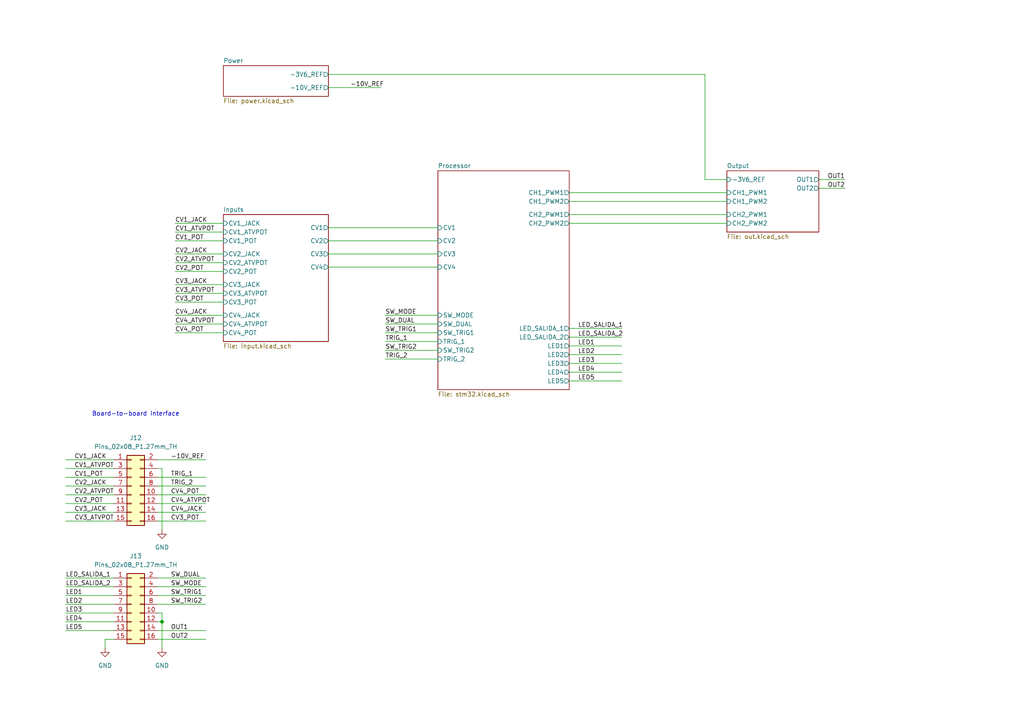
<source format=kicad_sch>
(kicad_sch (version 20231120) (generator "eeschema") (generator_version "8.0")
  (paper "A4")
  (lib_symbols
    (symbol "PCM_4ms_Connector:Pins_02x08_P1.27mm_TH" (pin_names (offset 1.016) hide)
      (property "Reference" "J" (at 0 11.43 0))
      (property "Value" "Pins_02x08_P1.27mm_TH" (at 0 -11.43 0))
      (symbol "Pins_02x08_P1.27mm_TH_1_1"
        (rectangle (start -2.54 -8.763) (end -1.27 -9.017))
        (rectangle (start -2.54 -6.223) (end -1.27 -6.477))
        (rectangle (start -2.54 -3.683) (end -1.27 -3.937))
        (rectangle (start -2.54 -1.143) (end -1.27 -1.397))
        (rectangle (start -2.54 1.397) (end -1.27 1.143))
        (rectangle (start -2.54 3.937) (end -1.27 3.683))
        (rectangle (start -2.54 6.477) (end -1.27 6.223))
        (rectangle (start -2.54 9.017) (end -1.27 8.763))
        (rectangle (start -2.54 10.16) (end 2.54 -10.16) (stroke (width 0.254)) (fill (type background)))
        (rectangle (start 1.27 -8.763) (end 2.54 -9.017))
        (rectangle (start 1.27 -6.223) (end 2.54 -6.477))
        (rectangle (start 1.27 -3.683) (end 2.54 -3.937))
        (rectangle (start 1.27 -1.143) (end 2.54 -1.397))
        (rectangle (start 1.27 1.397) (end 2.54 1.143))
        (rectangle (start 1.27 3.937) (end 2.54 3.683))
        (rectangle (start 1.27 6.477) (end 2.54 6.223))
        (rectangle (start 1.27 9.017) (end 2.54 8.763))
        (pin passive line (at -6.35 8.89 0) (length 3.81) (name "1") (number "1"))
        (pin passive line (at 6.35 -1.27 180) (length 3.81) (name "10") (number "10"))
        (pin passive line (at -6.35 -3.81 0) (length 3.81) (name "11") (number "11"))
        (pin passive line (at 6.35 -3.81 180) (length 3.81) (name "12") (number "12"))
        (pin passive line (at -6.35 -6.35 0) (length 3.81) (name "13") (number "13"))
        (pin passive line (at 6.35 -6.35 180) (length 3.81) (name "14") (number "14"))
        (pin passive line (at -6.35 -8.89 0) (length 3.81) (name "15") (number "15"))
        (pin passive line (at 6.35 -8.89 180) (length 3.81) (name "16") (number "16"))
        (pin passive line (at 6.35 8.89 180) (length 3.81) (name "2") (number "2"))
        (pin passive line (at -6.35 6.35 0) (length 3.81) (name "3") (number "3"))
        (pin passive line (at 6.35 6.35 180) (length 3.81) (name "4") (number "4"))
        (pin passive line (at -6.35 3.81 0) (length 3.81) (name "5") (number "5"))
        (pin passive line (at 6.35 3.81 180) (length 3.81) (name "6") (number "6"))
        (pin passive line (at -6.35 1.27 0) (length 3.81) (name "7") (number "7"))
        (pin passive line (at 6.35 1.27 180) (length 3.81) (name "8") (number "8"))
        (pin passive line (at -6.35 -1.27 0) (length 3.81) (name "9") (number "9"))
      )
    )
    (symbol "power:GND" (power) (pin_numbers hide) (pin_names (offset 0) hide)
      (property "Value" "GND" (at 0 -3.81 0))
      (symbol "GND_0_1"
        (polyline (pts (xy 0 0) (xy 0 -1.27) (xy 1.27 -1.27) (xy 0 -2.54) (xy -1.27 -1.27) (xy 0 -1.27)))
      )
      (symbol "GND_1_1"
        (pin power_in line (at 0 0 270) (length 0) (name "~") (number "1"))
      )
    )
  )
  (junction (at 46.99 180.34))
  (wire (pts (xy 19.05 175.26) (xy 33.02 175.26)))
  (wire (pts (xy 165.1 105.41) (xy 180.34 105.41)))
  (wire (pts (xy 165.1 100.33) (xy 180.34 100.33)))
  (wire (pts (xy 95.25 21.59) (xy 204.47 21.59)))
  (wire (pts (xy 165.1 58.42) (xy 210.82 58.42)))
  (wire (pts (xy 30.48 187.96) (xy 30.48 185.42)))
  (wire (pts (xy 45.72 148.59) (xy 59.69 148.59)))
  (wire (pts (xy 46.99 153.67) (xy 46.99 135.89)))
  (wire (pts (xy 50.8 76.2) (xy 64.77 76.2)))
  (wire (pts (xy 50.8 93.98) (xy 64.77 93.98)))
  (wire (pts (xy 45.72 175.26) (xy 59.69 175.26)))
  (wire (pts (xy 45.72 140.97) (xy 59.69 140.97)))
  (wire (pts (xy 19.05 172.72) (xy 33.02 172.72)))
  (wire (pts (xy 19.05 140.97) (xy 33.02 140.97)))
  (wire (pts (xy 45.72 177.8) (xy 46.99 177.8)))
  (wire (pts (xy 50.8 91.44) (xy 64.77 91.44)))
  (wire (pts (xy 19.05 180.34) (xy 33.02 180.34)))
  (wire (pts (xy 45.72 138.43) (xy 59.69 138.43)))
  (wire (pts (xy 204.47 21.59) (xy 204.47 52.07)))
  (wire (pts (xy 111.76 101.6) (xy 127 101.6)))
  (wire (pts (xy 111.76 96.52) (xy 127 96.52)))
  (wire (pts (xy 165.1 95.25) (xy 180.34 95.25)))
  (wire (pts (xy 50.8 87.63) (xy 64.77 87.63)))
  (wire (pts (xy 45.72 182.88) (xy 59.69 182.88)))
  (wire (pts (xy 19.05 182.88) (xy 33.02 182.88)))
  (wire (pts (xy 50.8 85.09) (xy 64.77 85.09)))
  (wire (pts (xy 19.05 143.51) (xy 33.02 143.51)))
  (wire (pts (xy 111.76 91.44) (xy 127 91.44)))
  (wire (pts (xy 50.8 67.31) (xy 64.77 67.31)))
  (wire (pts (xy 95.25 69.85) (xy 127 69.85)))
  (wire (pts (xy 165.1 62.23) (xy 210.82 62.23)))
  (wire (pts (xy 165.1 55.88) (xy 210.82 55.88)))
  (wire (pts (xy 45.72 133.35) (xy 59.69 133.35)))
  (wire (pts (xy 46.99 180.34) (xy 46.99 177.8)))
  (wire (pts (xy 111.76 93.98) (xy 127 93.98)))
  (wire (pts (xy 50.8 96.52) (xy 64.77 96.52)))
  (wire (pts (xy 165.1 107.95) (xy 180.34 107.95)))
  (wire (pts (xy 19.05 170.18) (xy 33.02 170.18)))
  (wire (pts (xy 45.72 172.72) (xy 59.69 172.72)))
  (wire (pts (xy 19.05 138.43) (xy 33.02 138.43)))
  (wire (pts (xy 45.72 170.18) (xy 59.69 170.18)))
  (wire (pts (xy 50.8 64.77) (xy 64.77 64.77)))
  (wire (pts (xy 19.05 148.59) (xy 33.02 148.59)))
  (wire (pts (xy 46.99 187.96) (xy 46.99 180.34)))
  (wire (pts (xy 50.8 82.55) (xy 64.77 82.55)))
  (wire (pts (xy 50.8 78.74) (xy 64.77 78.74)))
  (wire (pts (xy 30.48 185.42) (xy 33.02 185.42)))
  (wire (pts (xy 45.72 146.05) (xy 59.69 146.05)))
  (wire (pts (xy 19.05 177.8) (xy 33.02 177.8)))
  (wire (pts (xy 95.25 25.4) (xy 110.49 25.4)))
  (wire (pts (xy 45.72 180.34) (xy 46.99 180.34)))
  (wire (pts (xy 50.8 73.66) (xy 64.77 73.66)))
  (wire (pts (xy 19.05 146.05) (xy 33.02 146.05)))
  (wire (pts (xy 165.1 110.49) (xy 180.34 110.49)))
  (wire (pts (xy 46.99 135.89) (xy 45.72 135.89)))
  (wire (pts (xy 95.25 73.66) (xy 127 73.66)))
  (wire (pts (xy 95.25 66.04) (xy 127 66.04)))
  (wire (pts (xy 237.49 54.61) (xy 245.11 54.61)))
  (wire (pts (xy 111.76 99.06) (xy 127 99.06)))
  (wire (pts (xy 19.05 167.64) (xy 33.02 167.64)))
  (wire (pts (xy 165.1 102.87) (xy 180.34 102.87)))
  (wire (pts (xy 165.1 97.79) (xy 180.34 97.79)))
  (wire (pts (xy 50.8 69.85) (xy 64.77 69.85)))
  (wire (pts (xy 45.72 151.13) (xy 59.69 151.13)))
  (wire (pts (xy 19.05 135.89) (xy 33.02 135.89)))
  (wire (pts (xy 19.05 133.35) (xy 33.02 133.35)))
  (wire (pts (xy 45.72 185.42) (xy 59.69 185.42)))
  (wire (pts (xy 19.05 151.13) (xy 33.02 151.13)))
  (wire (pts (xy 237.49 52.07) (xy 245.11 52.07)))
  (wire (pts (xy 45.72 143.51) (xy 59.69 143.51)))
  (wire (pts (xy 111.76 104.14) (xy 127 104.14)))
  (wire (pts (xy 204.47 52.07) (xy 210.82 52.07)))
  (wire (pts (xy 95.25 77.47) (xy 127 77.47)))
  (wire (pts (xy 165.1 64.77) (xy 210.82 64.77)))
  (wire (pts (xy 45.72 167.64) (xy 59.69 167.64)))
  (text "Board-to-board Interface\n" (at 39.37 120.142 0) (effects (font (size 1.27 1.27) (thickness 0.1588))))
  (label "CV2_JACK" (at 50.8 73.66 0))
  (label "CV1_POT" (at 21.59 138.43 0))
  (label "CV2_POT" (at 50.8 78.74 0))
  (label "CV3_POT" (at 50.8 87.63 0))
  (label "LED5" (at 19.05 182.88 0))
  (label "CV2_POT" (at 21.59 146.05 0))
  (label "TRIG_2" (at 49.53 140.97 0))
  (label "SW_TRIG1" (at 49.53 172.72 0))
  (label "SW_TRIG2" (at 49.53 175.26 0))
  (label "SW_MODE" (at 111.76 91.44 0))
  (label "CV3_JACK" (at 50.8 82.55 0))
  (label "CV3_POT" (at 49.53 151.13 0))
  (label "CV1_ATVPOT" (at 50.8 67.31 0))
  (label "TRIG_1" (at 111.76 99.06 0))
  (label "CV2_JACK" (at 21.59 140.97 0))
  (label "TRIG_2" (at 111.76 104.14 0))
  (label "SW_DUAL" (at 111.76 93.98 0))
  (label "LED4" (at 167.64 107.95 0))
  (label "CV1_POT" (at 50.8 69.85 0))
  (label "LED2" (at 19.05 175.26 0))
  (label "SW_TRIG2" (at 111.76 101.6 0))
  (label "LED_SALIDA_1" (at 167.64 95.25 0))
  (label "CV2_ATVPOT" (at 21.59 143.51 0))
  (label "LED2" (at 167.64 102.87 0))
  (label "LED1" (at 19.05 172.72 0))
  (label "CV4_ATVPOT" (at 49.53 146.05 0))
  (label "CV1_JACK" (at 21.59 133.35 0))
  (label "CV4_JACK" (at 50.8 91.44 0))
  (label "CV2_ATVPOT" (at 50.8 76.2 0))
  (label "CV4_POT" (at 49.53 143.51 0))
  (label "CV3_JACK" (at 21.59 148.59 0))
  (label "CV4_JACK" (at 49.53 148.59 0))
  (label "SW_TRIG1" (at 111.76 96.52 0))
  (label "LED_SALIDA_1" (at 19.05 167.64 0))
  (label "SW_DUAL" (at 49.53 167.64 0))
  (label "OUT2" (at 240.03 54.61 0))
  (label "LED_SALIDA_2" (at 167.64 97.79 0))
  (label "OUT2" (at 49.53 185.42 0))
  (label "LED3" (at 19.05 177.8 0))
  (label "LED4" (at 19.05 180.34 0))
  (label "-10V_REF" (at 49.53 133.35 0))
  (label "CV3_ATVPOT" (at 50.8 85.09 0))
  (label "-10V_REF" (at 101.6 25.4 0))
  (label "OUT1" (at 240.03 52.07 0))
  (label "CV4_ATVPOT" (at 50.8 93.98 0))
  (label "SW_MODE" (at 49.53 170.18 0))
  (label "OUT1" (at 49.53 182.88 0))
  (label "TRIG_1" (at 49.53 138.43 0))
  (label "LED5" (at 167.64 110.49 0))
  (label "CV1_JACK" (at 50.8 64.77 0))
  (label "LED1" (at 167.64 100.33 0))
  (label "CV1_ATVPOT" (at 21.59 135.89 0))
  (label "CV3_ATVPOT" (at 21.59 151.13 0))
  (label "LED_SALIDA_2" (at 19.05 170.18 0))
  (label "LED3" (at 167.64 105.41 0))
  (label "CV4_POT" (at 50.8 96.52 0))
  (symbol (lib_id "power:GND") (at 46.99 187.96 0) (unit 1)
    (property "Reference" "#PWR078" (effects (hide yes)))
    (property "Value" "GND" (at 46.99 193.04 0))
    (property "Description" "Power symbol creates a global label with name \"GND\" , ground" (effects (hide yes)))
  )
  (symbol (lib_id "PCM_4ms_Connector:Pins_02x08_P1.27mm_TH") (at 39.37 142.24 0) (unit 1)
    (property "Reference" "J12" (at 39.37 127 0))
    (property "Value" "Pins_02x08_P1.27mm_TH" (at 39.37 129.54 0))
    (property "Footprint" "Connector_PinHeader_2.54mm:PinHeader_2x08_P2.54mm_Vertical" (effects (hide yes)))
    (property "Description" "Header 2x08 Pins, Pitch=1.27mm, Pin Height=3mm, Vertical, TH" (effects (hide yes)))
    (property "Specifications" "Header 2x08 Pins, Pitch=1.27mm, Pin Height=3mm, Vertical, TH" (effects (hide yes)))
    (property "Manufacturer" "Samtec" (effects (hide yes)))
    (property "Part Number" "FTSH-108-01-L-D" (effects (hide yes)))
    (property "Manufacturer 2" "Hawrin" (effects (hide yes)))
    (property "Part Number 2" "M50-3500842 " (effects (hide yes)))
  )
  (symbol (lib_id "PCM_4ms_Connector:Pins_02x08_P1.27mm_TH") (at 39.37 176.53 0) (unit 1)
    (property "Reference" "J13" (at 39.37 161.29 0))
    (property "Value" "Pins_02x08_P1.27mm_TH" (at 39.37 163.83 0))
    (property "Footprint" "Connector_PinHeader_2.54mm:PinHeader_2x08_P2.54mm_Vertical" (effects (hide yes)))
    (property "Description" "Header 2x08 Pins, Pitch=1.27mm, Pin Height=3mm, Vertical, TH" (effects (hide yes)))
    (property "Specifications" "Header 2x08 Pins, Pitch=1.27mm, Pin Height=3mm, Vertical, TH" (effects (hide yes)))
    (property "Manufacturer" "Samtec" (effects (hide yes)))
    (property "Part Number" "FTSH-108-01-L-D" (effects (hide yes)))
    (property "Manufacturer 2" "Hawrin" (effects (hide yes)))
    (property "Part Number 2" "M50-3500842 " (effects (hide yes)))
  )
  (symbol (lib_id "power:GND") (at 46.99 153.67 0) (unit 1)
    (property "Reference" "#PWR077" (effects (hide yes)))
    (property "Value" "GND" (at 46.99 158.75 0))
    (property "Description" "Power symbol creates a global label with name \"GND\" , ground" (effects (hide yes)))
  )
  (symbol (lib_id "power:GND") (at 30.48 187.96 0) (unit 1)
    (property "Reference" "#PWR079" (effects (hide yes)))
    (property "Value" "GND" (at 30.48 193.04 0))
    (property "Description" "Power symbol creates a global label with name \"GND\" , ground" (effects (hide yes)))
  )
  (sheet (at 64.77 19.05) (size 30.48 8.89) (stroke (width 0.1524))
    (property "Sheetname" "Power" (at 64.77 18.3384 0) (effects (justify left bottom)))
    (property "Sheetfile" "power.kicad_sch" (at 64.77 28.5246 0) (effects (justify left top)))
    (pin "-3V6_REF" output (at 95.25 21.59 0))
    (pin "-10V_REF" output (at 95.25 25.4 0))
  )
  (sheet (at 210.82 49.53) (size 26.67 17.78) (stroke (width 0.1524))
    (property "Sheetname" "Output" (at 210.82 48.8184 0) (effects (justify left bottom)))
    (property "Sheetfile" "out.kicad_sch" (at 210.82 67.8946 0) (effects (justify left top)))
    (pin "-3V6_REF" input (at 210.82 52.07 180))
    (pin "CH2_PWM1" input (at 210.82 62.23 180))
    (pin "CH2_PWM2" input (at 210.82 64.77 180))
    (pin "CH1_PWM1" input (at 210.82 55.88 180))
    (pin "CH1_PWM2" input (at 210.82 58.42 180))
    (pin "OUT2" output (at 237.49 54.61 0))
    (pin "OUT1" output (at 237.49 52.07 0))
  )
  (sheet (at 127 49.53) (size 38.1 63.5) (stroke (width 0.1524))
    (property "Sheetname" "Processor" (at 127 48.8184 0) (effects (justify left bottom)))
    (property "Sheetfile" "stm32.kicad_sch" (at 127 113.6146 0) (effects (justify left top)))
    (pin "CV2" input (at 127 69.85 180))
    (pin "CV1" input (at 127 66.04 180))
    (pin "LED2" output (at 165.1 102.87 0))
    (pin "LED3" output (at 165.1 105.41 0))
    (pin "LED4" output (at 165.1 107.95 0))
    (pin "CV3" input (at 127 73.66 180))
    (pin "CV4" input (at 127 77.47 180))
    (pin "SW_DUAL" input (at 127 93.98 180))
    (pin "SW_MODE" input (at 127 91.44 180))
    (pin "CH1_PWM2" output (at 165.1 58.42 0))
    (pin "CH1_PWM1" output (at 165.1 55.88 0))
    (pin "CH2_PWM1" output (at 165.1 62.23 0))
    (pin "CH2_PWM2" output (at 165.1 64.77 0))
    (pin "SW_TRIG2" input (at 127 101.6 180))
    (pin "TRIG_2" input (at 127 104.14 180))
    (pin "SW_TRIG1" input (at 127 96.52 180))
    (pin "TRIG_1" input (at 127 99.06 180))
    (pin "LED_SALIDA_1" output (at 165.1 95.25 0))
    (pin "LED_SALIDA_2" output (at 165.1 97.79 0))
    (pin "LED5" output (at 165.1 110.49 0))
    (pin "LED1" output (at 165.1 100.33 0))
  )
  (sheet (at 64.77 62.23) (size 30.48 36.83) (stroke (width 0.1524))
    (property "Sheetname" "Inputs" (at 64.77 61.5184 0) (effects (justify left bottom)))
    (property "Sheetfile" "input.kicad_sch" (at 64.77 99.6446 0) (effects (justify left top)))
    (pin "CV2_JACK" input (at 64.77 73.66 180))
    (pin "CV2_ATVPOT" input (at 64.77 76.2 180))
    (pin "CV2_POT" input (at 64.77 78.74 180))
    (pin "CV2" output (at 95.25 69.85 0))
    (pin "CV1" output (at 95.25 66.04 0))
    (pin "CV1_POT" input (at 64.77 69.85 180))
    (pin "CV1_ATVPOT" input (at 64.77 67.31 180))
    (pin "CV1_JACK" input (at 64.77 64.77 180))
    (pin "CV3" output (at 95.25 73.66 0))
    (pin "CV4_JACK" input (at 64.77 91.44 180))
    (pin "CV4_ATVPOT" input (at 64.77 93.98 180))
    (pin "CV4_POT" input (at 64.77 96.52 180))
    (pin "CV3_POT" input (at 64.77 87.63 180))
    (pin "CV4" output (at 95.25 77.47 0))
    (pin "CV3_ATVPOT" input (at 64.77 85.09 180))
    (pin "CV3_JACK" input (at 64.77 82.55 180))
  )
)
</source>
